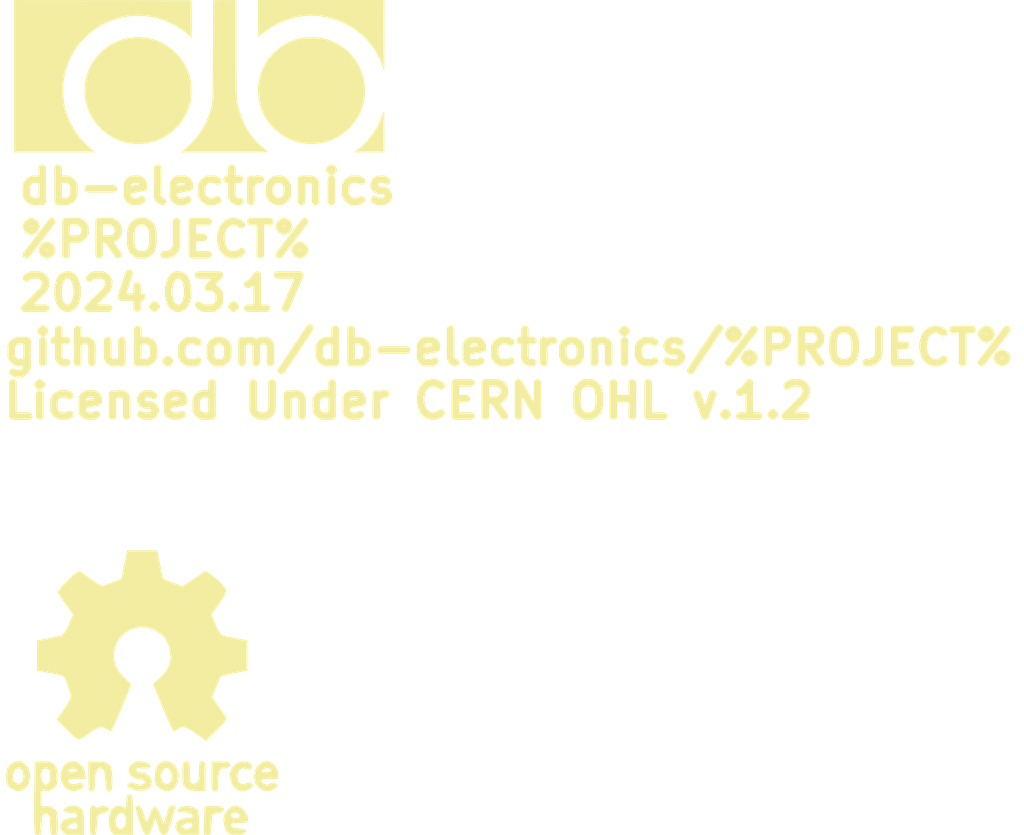
<source format=kicad_pcb>
(kicad_pcb (version 20221018) (generator pcbnew)
  (title_block (date "2024-04-08") (company "db Electronics") (comment 1 "https://github.com/db-electronics") (comment 2 "Licensed Under CERN OHL v.1.2") (comment 3 "Copyright 2023 René Richard"))
  (layers (0 "F.Cu" signal) (31 "B.Cu" signal) (36 "B.SilkS" user "B.Silkscreen") (37 "F.SilkS" user "F.Silkscreen") (38 "B.Mask" user) (39 "F.Mask" user) (44 "Edge.Cuts" user))
  (net 0 "")
  (footprint "db-artwork:oshw-logo_7.5mm" (layer "F.Cu") (at 85.1662 104.8004)
    (fp_text reference "logo102" hide)
    (fp_text value "oshw-logo" hide)
    (fp_poly (pts (xy 2.22811 1.877412) (xy 2.32344 1.894297) (xy 2.352796 1.910333) (xy 2.352453 1.97402) (xy 2.301982 2.030846) (xy 2.232318 2.049496) (xy 2.218866 2.045914) (xy 2.128443 2.045235) (xy 2.067523 2.123527) (xy 2.036362 2.280306) (xy 2.032 2.397016) (xy 2.029261 2.544228) (xy 2.0171 2.625709) (xy 1.989602 2.660325) (xy 1.947334 2.667) (xy 1.907758 2.660853) (xy 1.882879 2.631872) (xy 1.869322 2.564247) (xy 1.863712 2.442169) (xy 1.862667 2.270401) (xy 1.862667 1.873803) (xy 2.095152 1.871714) (xy 2.22811 1.877412)) (stroke (width 0.01)) (fill solid) (layer "F.SilkS"))
    (fp_poly (pts (xy 2.022973 3.065188) (xy 2.127916 3.079321) (xy 2.15971 3.090771) (xy 2.190713 3.141916) (xy 2.158229 3.198734) (xy 2.080209 3.243732) (xy 1.986418 3.259666) (xy 1.922796 3.263281) (xy 1.88592 3.286651) (xy 1.867083 3.348566) (xy 1.857579 3.467816) (xy 1.854018 3.545416) (xy 1.844786 3.698174) (xy 1.829135 3.785832) (xy 1.799916 3.827958) (xy 1.749983 3.844114) (xy 1.74462 3.844907) (xy 1.699481 3.848141) (xy 1.671736 3.831952) (xy 1.657946 3.780902) (xy 1.654675 3.679555) (xy 1.658485 3.512471) (xy 1.659953 3.464671) (xy 1.672167 3.070692) (xy 1.887265 3.063011) (xy 2.022973 3.065188)) (stroke (width 0.01)) (fill solid) (layer "F.SilkS"))
    (fp_poly (pts (xy -1.243579 3.06787) (xy -1.227666 3.095516) (xy -1.20757 3.118205) (xy -1.164716 3.090789) (xy -1.091078 3.064163) (xy -0.996521 3.065817) (xy -0.917282 3.090822) (xy -0.889 3.128289) (xy -0.926827 3.194313) (xy -1.022505 3.247304) (xy -1.100666 3.266193) (xy -1.157175 3.27999) (xy -1.190253 3.314953) (xy -1.207681 3.390827) (xy -1.217238 3.527358) (xy -1.219017 3.566583) (xy -1.228565 3.719624) (xy -1.244389 3.806152) (xy -1.272541 3.844321) (xy -1.314267 3.852333) (xy -1.352752 3.845812) (xy -1.377044 3.815809) (xy -1.390367 3.746659) (xy -1.395943 3.622698) (xy -1.397 3.450166) (xy -1.395721 3.263248) (xy -1.389682 3.145278) (xy -1.375574 3.080552) (xy -1.350093 3.053364) (xy -1.312333 3.048) (xy -1.243579 3.06787)) (stroke (width 0.01)) (fill solid) (layer "F.SilkS"))
    (fp_poly (pts (xy 2.82331 1.881264) (xy 2.900728 1.921585) (xy 2.954549 1.976468) (xy 2.938543 2.031202) (xy 2.926375 2.046689) (xy 2.867729 2.089704) (xy 2.794886 2.065028) (xy 2.790244 2.062162) (xy 2.688997 2.035925) (xy 2.607165 2.084516) (xy 2.556628 2.198436) (xy 2.548193 2.255768) (xy 2.564622 2.388194) (xy 2.630992 2.466225) (xy 2.732961 2.478284) (xy 2.794875 2.454865) (xy 2.892314 2.429654) (xy 2.952714 2.466943) (xy 2.963334 2.514536) (xy 2.927022 2.570213) (xy 2.839411 2.624309) (xy 2.732489 2.660019) (xy 2.675592 2.665712) (xy 2.579023 2.643735) (xy 2.52545 2.619056) (xy 2.43773 2.52739) (xy 2.374678 2.387215) (xy 2.349389 2.23389) (xy 2.355582 2.160339) (xy 2.420428 2.017455) (xy 2.535378 1.916578) (xy 2.677362 1.867814) (xy 2.82331 1.881264)) (stroke (width 0.01)) (fill solid) (layer "F.SilkS"))
    (fp_poly (pts (xy -1.029438 1.881142) (xy -0.913774 1.922038) (xy -0.84505 2.007565) (xy -0.812251 2.150923) (xy -0.804333 2.3495) (xy -0.806414 2.512016) (xy -0.815692 2.607385) (xy -0.836722 2.653087) (xy -0.87406 2.666601) (xy -0.887066 2.667) (xy -0.9321 2.657027) (xy -0.959038 2.61493) (xy -0.974067 2.522436) (xy -0.982316 2.385669) (xy -0.995486 2.219747) (xy -1.020254 2.118959) (xy -1.061858 2.06401) (xy -1.071396 2.057586) (xy -1.153734 2.04262) (xy -1.216706 2.104179) (xy -1.256668 2.235593) (xy -1.27 2.421091) (xy -1.273294 2.560192) (xy -1.287682 2.634364) (xy -1.319921 2.663232) (xy -1.354666 2.667) (xy -1.394242 2.660853) (xy -1.419121 2.631872) (xy -1.432678 2.564247) (xy -1.438288 2.442169) (xy -1.439333 2.270401) (xy -1.439333 1.873803) (xy -1.203055 1.871679) (xy -1.029438 1.881142)) (stroke (width 0.01)) (fill solid) (layer "F.SilkS"))
    (fp_poly (pts (xy 0.790285 1.90013) (xy 0.902959 2.004503) (xy 0.964874 2.163757) (xy 0.973667 2.264833) (xy 0.943669 2.445903) (xy 0.863097 2.577067) (xy 0.746085 2.649834) (xy 0.606768 2.655716) (xy 0.459278 2.586223) (xy 0.450209 2.57926) (xy 0.383399 2.514244) (xy 0.349961 2.435757) (xy 0.339122 2.313135) (xy 0.338751 2.271196) (xy 0.508 2.271196) (xy 0.534069 2.391705) (xy 0.597694 2.461401) (xy 0.677001 2.474793) (xy 0.750118 2.42639) (xy 0.788905 2.341708) (xy 0.791675 2.221391) (xy 0.768281 2.134711) (xy 0.701714 2.049293) (xy 0.62637 2.036002) (xy 0.558781 2.086167) (xy 0.515479 2.191119) (xy 0.508 2.271196) (xy 0.338751 2.271196) (xy 0.338667 2.26176) (xy 0.362385 2.063774) (xy 0.434646 1.934067) (xy 0.557111 1.870416) (xy 0.636924 1.862666) (xy 0.790285 1.90013)) (stroke (width 0.01)) (fill solid) (layer "F.SilkS"))
    (fp_poly (pts (xy -3.149684 1.921286) (xy -3.057849 2.037379) (xy -3.009596 2.202889) (xy -3.005666 2.272466) (xy -3.036276 2.450477) (xy -3.11824 2.57921) (xy -3.236761 2.649993) (xy -3.377042 2.654152) (xy -3.524285 2.583017) (xy -3.529124 2.57926) (xy -3.597043 2.512578) (xy -3.630364 2.431505) (xy -3.640441 2.304474) (xy -3.640666 2.26914) (xy -3.639305 2.246067) (xy -3.464082 2.246067) (xy -3.453415 2.377047) (xy -3.405317 2.441241) (xy -3.308783 2.473499) (xy -3.228568 2.433489) (xy -3.181208 2.33361) (xy -3.175 2.268527) (xy -3.200222 2.132533) (xy -3.262034 2.05715) (xy -3.339656 2.04399) (xy -3.412307 2.09467) (xy -3.459207 2.210803) (xy -3.464082 2.246067) (xy -3.639305 2.246067) (xy -3.631853 2.119818) (xy -3.598824 2.022228) (xy -3.542688 1.954712) (xy -3.406504 1.871432) (xy -3.270703 1.863131) (xy -3.149684 1.921286)) (stroke (width 0.01)) (fill solid) (layer "F.SilkS"))
    (fp_poly (pts (xy 1.648214 1.868804) (xy 1.673088 1.897748) (xy 1.686654 1.965297) (xy 1.692278 2.087246) (xy 1.693334 2.259948) (xy 1.693334 2.65723) (xy 1.480324 2.65723) (xy 1.283198 2.63453) (xy 1.173408 2.581219) (xy 1.123775 2.530084) (xy 1.095293 2.461866) (xy 1.082393 2.353641) (xy 1.0795 2.19452) (xy 1.081421 2.034261) (xy 1.090856 1.939888) (xy 1.113315 1.892646) (xy 1.154311 1.873776) (xy 1.17475 1.870305) (xy 1.224546 1.868374) (xy 1.253053 1.891989) (xy 1.266185 1.958675) (xy 1.269856 2.085954) (xy 1.27 2.152527) (xy 1.277127 2.33179) (xy 1.302216 2.436439) (xy 1.350831 2.475616) (xy 1.428536 2.458461) (xy 1.449917 2.448123) (xy 1.492103 2.408286) (xy 1.515072 2.330379) (xy 1.523565 2.19445) (xy 1.524 2.136343) (xy 1.526667 1.987916) (xy 1.538536 1.905334) (xy 1.565408 1.869845) (xy 1.608667 1.862666) (xy 1.648214 1.868804)) (stroke (width 0.01)) (fill solid) (layer "F.SilkS"))
    (fp_poly (pts (xy -1.706223 1.902656) (xy -1.602585 2.001704) (xy -1.540886 2.155077) (xy -1.53834 2.169583) (xy -1.512922 2.328333) (xy -1.751294 2.328333) (xy -1.895547 2.334301) (xy -1.97017 2.354641) (xy -1.989666 2.38898) (xy -1.954272 2.450897) (xy -1.870123 2.481492) (xy -1.770271 2.471265) (xy -1.743751 2.459659) (xy -1.655783 2.441119) (xy -1.615152 2.465781) (xy -1.571371 2.527493) (xy -1.595679 2.574918) (xy -1.674158 2.617871) (xy -1.82639 2.662932) (xy -1.956018 2.638274) (xy -2.044207 2.581817) (xy -2.149803 2.448119) (xy -2.187844 2.275654) (xy -2.160666 2.106083) (xy -1.979083 2.106083) (xy -1.957054 2.146227) (xy -1.862666 2.159) (xy -1.765627 2.145022) (xy -1.74625 2.106083) (xy -1.797275 2.064761) (xy -1.862666 2.053166) (xy -1.946453 2.073122) (xy -1.979083 2.106083) (xy -2.160666 2.106083) (xy -2.158941 2.095321) (xy -2.07816 1.954264) (xy -1.963072 1.876655) (xy -1.832739 1.860212) (xy -1.706223 1.902656)) (stroke (width 0.01)) (fill solid) (layer "F.SilkS"))
    (fp_poly (pts (xy 0.032085 1.87269) (xy 0.145844 1.911644) (xy 0.21911 1.964544) (xy 0.219508 2.01279) (xy 0.158639 2.045933) (xy 0.048103 2.053524) (xy -0.004943 2.047466) (xy -0.113125 2.036538) (xy -0.160745 2.053896) (xy -0.169333 2.090089) (xy -0.135859 2.14482) (xy -0.051753 2.159) (xy 0.098843 2.190268) (xy 0.206821 2.273798) (xy 0.253423 2.394177) (xy 0.254 2.410216) (xy 0.234066 2.515625) (xy 0.194278 2.579198) (xy 0.068404 2.636472) (xy -0.093281 2.648349) (xy -0.254236 2.613399) (xy -0.288299 2.598086) (xy -0.376246 2.547028) (xy -0.397284 2.508044) (xy -0.367321 2.465845) (xy -0.297276 2.427195) (xy -0.219388 2.4512) (xy -0.09877 2.49182) (xy 0.008521 2.488788) (xy 0.066425 2.4506) (xy 0.064241 2.393468) (xy -0.004521 2.349419) (xy -0.1218 2.329272) (xy -0.136607 2.328981) (xy -0.257545 2.291982) (xy -0.336547 2.199474) (xy -0.356488 2.076901) (xy -0.343034 2.022321) (xy -0.261692 1.915345) (xy -0.13084 1.864152) (xy 0.032085 1.87269)) (stroke (width 0.01)) (fill solid) (layer "F.SilkS"))
    (fp_poly (pts (xy 1.328847 3.077167) (xy 1.44165 3.129082) (xy 1.481152 3.174038) (xy 1.502915 3.255803) (xy 1.518339 3.392208) (xy 1.524 3.548666) (xy 1.524 3.843232) (xy 1.275608 3.846729) (xy 1.114456 3.841178) (xy 1.01354 3.815389) (xy 0.958108 3.773862) (xy 0.891367 3.65341) (xy 0.892583 3.636379) (xy 1.076895 3.636379) (xy 1.078074 3.638359) (xy 1.14299 3.675222) (xy 1.236482 3.670727) (xy 1.318066 3.6325) (xy 1.346826 3.58775) (xy 1.333302 3.529338) (xy 1.262521 3.514314) (xy 1.149223 3.532831) (xy 1.080827 3.577905) (xy 1.076895 3.636379) (xy 0.892583 3.636379) (xy 0.899501 3.539574) (xy 0.973199 3.448011) (xy 1.103152 3.394374) (xy 1.188357 3.386666) (xy 1.30554 3.375539) (xy 1.352492 3.33918) (xy 1.354667 3.323973) (xy 1.316371 3.267176) (xy 1.214052 3.233756) (xy 1.066564 3.229775) (xy 1.062618 3.230092) (xy 0.970587 3.216697) (xy 0.945988 3.1706) (xy 0.991736 3.113928) (xy 1.043869 3.087785) (xy 1.185723 3.061325) (xy 1.328847 3.077167)) (stroke (width 0.01)) (fill solid) (layer "F.SilkS"))
    (fp_poly (pts (xy 3.471791 1.901043) (xy 3.579104 2.001264) (xy 3.636305 2.140963) (xy 3.640667 2.193478) (xy 3.640667 2.328333) (xy 3.404306 2.328333) (xy 3.254758 2.338375) (xy 3.187429 2.368528) (xy 3.202284 2.418829) (xy 3.272624 2.473166) (xy 3.359362 2.494157) (xy 3.432171 2.463177) (xy 3.513164 2.429624) (xy 3.579256 2.457167) (xy 3.58483 2.461693) (xy 3.622675 2.506952) (xy 3.599944 2.552523) (xy 3.555657 2.591123) (xy 3.411286 2.658886) (xy 3.256596 2.65132) (xy 3.116674 2.57) (xy 3.109576 2.56309) (xy 3.02468 2.429482) (xy 2.99842 2.275213) (xy 3.021416 2.137379) (xy 3.194122 2.137379) (xy 3.228407 2.155468) (xy 3.316655 2.159) (xy 3.417206 2.150998) (xy 3.449524 2.121899) (xy 3.444309 2.0955) (xy 3.386306 2.040795) (xy 3.344988 2.032) (xy 3.255617 2.06256) (xy 3.217334 2.0955) (xy 3.194122 2.137379) (xy 3.021416 2.137379) (xy 3.024174 2.120852) (xy 3.095322 1.98697) (xy 3.205241 1.894136) (xy 3.33503 1.862666) (xy 3.471791 1.901043)) (stroke (width 0.01)) (fill solid) (layer "F.SilkS"))
    (fp_poly (pts (xy -1.759714 3.066267) (xy -1.660419 3.1139) (xy -1.612437 3.156684) (xy -1.584121 3.215841) (xy -1.570455 3.312575) (xy -1.566425 3.468094) (xy -1.566333 3.511688) (xy -1.566333 3.843576) (xy -1.800745 3.846376) (xy -1.959576 3.839163) (xy -2.062327 3.808311) (xy -2.118245 3.766088) (xy -2.189099 3.668778) (xy -2.18802 3.608916) (xy -1.981825 3.608916) (xy -1.972562 3.662209) (xy -1.904702 3.681907) (xy -1.865771 3.683) (xy -1.771873 3.670737) (xy -1.737708 3.623788) (xy -1.735666 3.595521) (xy -1.752352 3.533005) (xy -1.818071 3.518547) (xy -1.851721 3.521438) (xy -1.948235 3.557578) (xy -1.981825 3.608916) (xy -2.18802 3.608916) (xy -2.187381 3.573542) (xy -2.135433 3.480752) (xy -2.059636 3.412876) (xy -1.942561 3.387717) (xy -1.899495 3.386666) (xy -1.790033 3.380095) (xy -1.745558 3.354318) (xy -1.744177 3.312583) (xy -1.782296 3.259086) (xy -1.879606 3.239161) (xy -1.912606 3.2385) (xy -2.045718 3.225828) (xy -2.105687 3.190437) (xy -2.088197 3.136267) (xy -2.055592 3.108038) (xy -1.915753 3.053823) (xy -1.759714 3.066267)) (stroke (width 0.01)) (fill solid) (layer "F.SilkS"))
    (fp_poly (pts (xy 2.626053 3.086625) (xy 2.746604 3.187969) (xy 2.8216 3.330232) (xy 2.836334 3.430991) (xy 2.825786 3.478603) (xy 2.780924 3.503548) (xy 2.68192 3.512774) (xy 2.600396 3.513666) (xy 2.465336 3.517304) (xy 2.396809 3.532229) (xy 2.376846 3.564462) (xy 2.379217 3.58775) (xy 2.412386 3.637989) (xy 2.498404 3.659455) (xy 2.568909 3.661833) (xy 2.71262 3.673377) (xy 2.781052 3.706322) (xy 2.771024 3.758135) (xy 2.732926 3.792294) (xy 2.610922 3.839976) (xy 2.460252 3.847119) (xy 2.327492 3.812007) (xy 2.319417 3.807541) (xy 2.252302 3.728358) (xy 2.202928 3.597633) (xy 2.180464 3.448058) (xy 2.187764 3.338095) (xy 2.208344 3.292693) (xy 2.372425 3.292693) (xy 2.380938 3.345992) (xy 2.449784 3.382016) (xy 2.497667 3.386666) (xy 2.595757 3.368954) (xy 2.624667 3.327695) (xy 2.589395 3.262629) (xy 2.506623 3.23351) (xy 2.434167 3.244357) (xy 2.372425 3.292693) (xy 2.208344 3.292693) (xy 2.238112 3.227022) (xy 2.328117 3.124733) (xy 2.429995 3.058791) (xy 2.480217 3.048) (xy 2.626053 3.086625)) (stroke (width 0.01)) (fill solid) (layer "F.SilkS"))
    (fp_poly (pts (xy -0.303943 2.756376) (xy -0.280278 2.779548) (xy -0.265561 2.834748) (xy -0.257684 2.93554) (xy -0.254535 3.095491) (xy -0.254 3.296005) (xy -0.254 3.840345) (xy -0.507282 3.843936) (xy -0.656761 3.841165) (xy -0.747343 3.822851) (xy -0.804373 3.781962) (xy -0.824782 3.755844) (xy -0.873586 3.633793) (xy -0.891162 3.474797) (xy -0.890475 3.46589) (xy -0.719666 3.46589) (xy -0.695394 3.58952) (xy -0.635375 3.662747) (xy -0.558803 3.677134) (xy -0.484873 3.624245) (xy -0.459386 3.580288) (xy -0.432928 3.459209) (xy -0.450252 3.34057) (xy -0.504532 3.25794) (xy -0.527576 3.244968) (xy -0.609057 3.252344) (xy -0.678831 3.321375) (xy -0.717215 3.429423) (xy -0.719666 3.46589) (xy -0.890475 3.46589) (xy -0.8786 3.312123) (xy -0.836994 3.17904) (xy -0.804333 3.132666) (xy -0.691453 3.058187) (xy -0.569848 3.06334) (xy -0.505217 3.091822) (xy -0.455206 3.11101) (xy -0.431165 3.086533) (xy -0.423743 3.001473) (xy -0.423333 2.943656) (xy -0.417883 2.82404) (xy -0.395211 2.767243) (xy -0.345841 2.751769) (xy -0.338666 2.751666) (xy -0.303943 2.756376)) (stroke (width 0.01)) (fill solid) (layer "F.SilkS"))
    (fp_poly (pts (xy 0.873303 3.057858) (xy 0.889 3.071407) (xy 0.877607 3.119639) (xy 0.847032 3.229717) (xy 0.802683 3.382469) (xy 0.775057 3.475455) (xy 0.718782 3.655414) (xy 0.67573 3.767487) (xy 0.638235 3.825838) (xy 0.598629 3.84463) (xy 0.575731 3.843631) (xy 0.515015 3.810127) (xy 0.462799 3.719413) (xy 0.421592 3.598333) (xy 0.352837 3.3655) (xy 0.274521 3.608916) (xy 0.215277 3.765064) (xy 0.159474 3.845163) (xy 0.10309 3.84765) (xy 0.042104 3.77096) (xy -0.027505 3.613529) (xy -0.077704 3.471866) (xy -0.134395 3.287803) (xy -0.166094 3.151397) (xy -0.170009 3.075753) (xy -0.164126 3.065948) (xy -0.084956 3.055934) (xy -0.015993 3.129422) (xy 0.042212 3.2858) (xy 0.045427 3.298107) (xy 0.080012 3.413179) (xy 0.110399 3.480658) (xy 0.124227 3.488752) (xy 0.15075 3.437966) (xy 0.191467 3.334887) (xy 0.215321 3.267256) (xy 0.265833 3.151114) (xy 0.31848 3.080217) (xy 0.342147 3.069166) (xy 0.388612 3.106985) (xy 0.445645 3.208025) (xy 0.489352 3.316) (xy 0.576886 3.562834) (xy 0.648454 3.305417) (xy 0.694848 3.158686) (xy 0.737457 3.078903) (xy 0.786334 3.049485) (xy 0.804511 3.048) (xy 0.873303 3.057858)) (stroke (width 0.01)) (fill solid) (layer "F.SilkS"))
    (fp_poly (pts (xy -2.473218 1.881848) (xy -2.360057 1.934799) (xy -2.297863 2.040136) (xy -2.274901 2.210464) (xy -2.273905 2.271678) (xy -2.279907 2.419636) (xy -2.303797 2.511864) (xy -2.354396 2.576816) (xy -2.37362 2.593237) (xy -2.503933 2.653689) (xy -2.591335 2.650383) (xy -2.659006 2.640494) (xy -2.694094 2.658364) (xy -2.707303 2.722778) (xy -2.709333 2.852522) (xy -2.709333 2.8575) (xy -2.707469 2.989441) (xy -2.69474 3.055502) (xy -2.660445 3.074468) (xy -2.59388 3.065125) (xy -2.591335 3.064616) (xy -2.453262 3.074597) (xy -2.372074 3.123014) (xy -2.318902 3.175622) (xy -2.287923 3.241585) (xy -2.272986 3.344219) (xy -2.267937 3.506841) (xy -2.267823 3.518089) (xy -2.268185 3.679118) (xy -2.276534 3.774173) (xy -2.298027 3.821899) (xy -2.337821 3.840942) (xy -2.358088 3.844432) (xy -2.407629 3.845267) (xy -2.436946 3.8184) (xy -2.452821 3.746198) (xy -2.462035 3.611026) (xy -2.463921 3.569266) (xy -2.472433 3.416924) (xy -2.486367 3.330562) (xy -2.513383 3.291522) (xy -2.561141 3.281146) (xy -2.582333 3.280833) (xy -2.63866 3.285987) (xy -2.67158 3.313945) (xy -2.688855 3.383448) (xy -2.698249 3.513239) (xy -2.700684 3.566583) (xy -2.710366 3.719947) (xy -2.726444 3.806661) (xy -2.754789 3.844743) (xy -2.793821 3.852333) (xy -2.840672 3.839996) (xy -2.867769 3.790241) (xy -2.882443 3.683949) (xy -2.887137 3.608916) (xy -2.890662 3.484501) (xy -2.892323 3.295455) (xy -2.892112 3.061793) (xy -2.890024 2.80353) (xy -2.887436 2.618439) (xy -2.88074 2.214871) (xy -2.701481 2.214871) (xy -2.693607 2.351299) (xy -2.652641 2.453359) (xy -2.588565 2.497362) (xy -2.582333 2.497666) (xy -2.531393 2.468996) (xy -2.500118 2.437121) (xy -2.470372 2.357131) (xy -2.461815 2.238104) (xy -2.463185 2.214871) (xy -2.479428 2.1083) (xy -2.516064 2.0624) (xy -2.582333 2.053166) (xy -2.653022 2.064577) (xy -2.687196 2.114779) (xy -2.701481 2.214871) (xy -2.88074 2.214871) (xy -2.875039 1.871379) (xy -2.64908 1.86868) (xy -2.473218 1.881848)) (stroke (width 0.01)) (fill solid) (layer "F.SilkS"))
    (fp_poly (pts (xy 0.43056 -3.640667) (xy 0.45725 -3.511282) (xy 0.490022 -3.346986) (xy 0.507154 -3.259094) (xy 0.55218 -3.025687) (xy 0.796344 -2.93101) (xy 0.930353 -2.881115) (xy 1.032684 -2.846812) (xy 1.075794 -2.836334) (xy 1.125198 -2.859205) (xy 1.223245 -2.919614) (xy 1.350142 -3.005254) (xy 1.370458 -3.019528) (xy 1.503435 -3.112644) (xy 1.613169 -3.188027) (xy 1.678037 -3.230843) (xy 1.681641 -3.233007) (xy 1.732262 -3.219166) (xy 1.823224 -3.159301) (xy 1.936625 -3.068845) (xy 2.054565 -2.963225) (xy 2.159144 -2.857873) (xy 2.232459 -2.768218) (xy 2.245544 -2.746943) (xy 2.249635 -2.689091) (xy 2.21076 -2.595359) (xy 2.123556 -2.454487) (xy 2.067641 -2.373458) (xy 1.852573 -2.068198) (xy 1.968402 -1.795664) (xy 2.051438 -1.624936) (xy 2.125107 -1.52917) (xy 2.174532 -1.502206) (xy 2.262548 -1.483449) (xy 2.401544 -1.455506) (xy 2.54 -1.428558) (xy 2.815167 -1.375834) (xy 2.815167 -0.5715) (xy 2.464817 -0.503373) (xy 2.303708 -0.470501) (xy 2.178266 -0.441994) (xy 2.10868 -0.422554) (xy 2.101212 -0.418707) (xy 2.080205 -0.373901) (xy 2.037557 -0.271817) (xy 1.982296 -0.134095) (xy 1.979498 -0.127) (xy 1.87104 0.148166) (xy 2.050047 0.402166) (xy 2.14135 0.532764) (xy 2.214223 0.638918) (xy 2.254021 0.699273) (xy 2.255457 0.70169) (xy 2.238781 0.749167) (xy 2.172315 0.839355) (xy 2.06803 0.957054) (xy 1.996597 1.03029) (xy 1.711334 1.313366) (xy 1.440067 1.122349) (xy 1.277811 1.01366) (xy 1.162448 0.954486) (xy 1.075852 0.940114) (xy 0.999896 0.965829) (xy 0.954992 0.996179) (xy 0.880675 1.044293) (xy 0.843786 1.058333) (xy 0.818662 1.021264) (xy 0.767845 0.918783) (xy 0.697357 0.76398) (xy 0.613221 0.569945) (xy 0.552732 0.425763) (xy 0.29071 -0.206807) (xy 0.465596 -0.364806) (xy 0.626057 -0.53221) (xy 0.71978 -0.692915) (xy 0.758912 -0.870974) (xy 0.762 -0.951758) (xy 0.725592 -1.211427) (xy 0.615931 -1.429129) (xy 0.523797 -1.531891) (xy 0.322785 -1.669358) (xy 0.105537 -1.733737) (xy -0.114047 -1.731064) (xy -0.322067 -1.667373) (xy -0.504623 -1.548699) (xy -0.647816 -1.381075) (xy -0.737745 -1.170537) (xy -0.762 -0.973667) (xy -0.730919 -0.746578) (xy -0.631994 -0.546807) (xy -0.469326 -0.367987) (xy -0.29071 -0.206807) (xy -0.552732 0.425763) (xy -0.642605 0.638626) (xy -0.722832 0.820954) (xy -0.78739 0.959657) (xy -0.830257 1.041646) (xy -0.843786 1.058333) (xy -0.896561 1.035414) (xy -0.954992 0.996179) (xy -1.053564 0.943252) (xy -1.153282 0.946343) (xy -1.27689 1.008692) (xy -1.337732 1.050669) (xy -1.500333 1.169152) (xy -1.611936 1.242064) (xy -1.693424 1.268574) (xy -1.765681 1.247851) (xy -1.849589 1.179064) (xy -1.966032 1.061381) (xy -2.002697 1.024199) (xy -2.287033 0.737667) (xy -2.096016 0.4664) (xy -2.004898 0.328375) (xy -1.937405 0.209704) (xy -1.905898 0.132517) (xy -1.905 0.124378) (xy -1.919618 0.057263) (xy -1.956366 -0.058515) (xy -2.004583 -0.193558) (xy -2.053609 -0.31847) (xy -2.092782 -0.403854) (xy -2.101897 -0.418568) (xy -2.146169 -0.433766) (xy -2.253522 -0.460061) (xy -2.403875 -0.492666) (xy -2.464679 -0.505031) (xy -2.815166 -0.575092) (xy -2.815166 -1.375834) (xy -2.54 -1.428558) (xy -2.382815 -1.459214) (xy -2.248344 -1.486379) (xy -2.174532 -1.502206) (xy -2.104015 -1.550113) (xy -2.028241 -1.667037) (xy -1.968261 -1.795994) (xy -1.852292 -2.068858) (xy -2.039048 -2.336179) (xy -2.13253 -2.470701) (xy -2.208466 -2.581276) (xy -2.252468 -2.646927) (xy -2.255612 -2.651906) (xy -2.241424 -2.701751) (xy -2.178187 -2.789488) (xy -2.082034 -2.898975) (xy -1.9691 -3.014072) (xy -1.85552 -3.118637) (xy -1.757426 -3.196528) (xy -1.690954 -3.231606) (xy -1.677389 -3.23038) (xy -1.621287 -3.19364) (xy -1.517411 -3.122383) (xy -1.386971 -3.03118) (xy -1.370457 -3.019528) (xy -1.240939 -2.931162) (xy -1.137298 -2.86618) (xy -1.079329 -2.836889) (xy -1.075794 -2.836334) (xy -1.020291 -2.850645) (xy -0.911562 -2.887847) (xy -0.796343 -2.93101) (xy -0.55218 -3.025687) (xy -0.507154 -3.259094) (xy -0.475172 -3.422) (xy -0.443932 -3.57659) (xy -0.430559 -3.640667) (xy -0.39899 -3.788834) (xy 0.398991 -3.788834) (xy 0.43056 -3.640667)) (stroke (width 0.01)) (fill solid) (layer "F.SilkS"))
  )
  (footprint "db-artwork:db-logo_10mm" (layer "F.Cu") (at 86.7156 88.3158)
    (fp_text reference "logo101" hide)
    (fp_text value "db-logo" hide)
    (fp_poly (pts (xy 4.926468 0.948175) (xy 4.928046 0.979428) (xy 4.929477 1.0289) (xy 4.930728 1.094411) (xy 4.931764 1.173781) (xy 4.932551 1.264831) (xy 4.933056 1.36538) (xy 4.933243 1.47325) (xy 4.933244 1.478844) (xy 4.933244 2.020711) (xy 4.538133 2.020711) (xy 4.446225 2.020606) (xy 4.361889 2.020308) (xy 4.28768 2.01984) (xy 4.226152 2.019229) (xy 4.17986 2.018498) (xy 4.151358 2.017673) (xy 4.143022 2.016893) (xy 4.151358 2.008843) (xy 4.173864 1.990133) (xy 4.206782 1.963831) (xy 4.234499 1.942167) (xy 4.371567 1.823948) (xy 4.499994 1.689582) (xy 4.617126 1.542769) (xy 4.720311 1.38721) (xy 4.806895 1.226606) (xy 4.874227 1.064659) (xy 4.883951 1.036097) (xy 4.898975 0.992973) (xy 4.912296 0.959371) (xy 4.921928 0.940091) (xy 4.924777 0.937319) (xy 4.926468 0.948175)) (stroke (width 0.01)) (fill solid) (layer "F.SilkS"))
    (fp_poly (pts (xy -2.604912 -2.051782) (xy -0.231423 -2.048933) (xy -0.228482 -1.555044) (xy -0.228013 -1.451899) (xy -0.227856 -1.356055) (xy -0.227997 -1.269799) (xy -0.228417 -1.195413) (xy -0.229099 -1.135184) (xy -0.230028 -1.091397) (xy -0.231186 -1.066335) (xy -0.232104 -1.061156) (xy -0.24284 -1.068204) (xy -0.266186 -1.087109) (xy -0.298072 -1.11451) (xy -0.316739 -1.131055) (xy -0.462277 -1.248172) (xy -0.623569 -1.354245) (xy -0.795513 -1.446547) (xy -0.97301 -1.522351) (xy -1.150958 -1.578929) (xy -1.15748 -1.580617) (xy -1.299093 -1.610309) (xy -1.451467 -1.630408) (xy -1.607712 -1.640557) (xy -1.76094 -1.640401) (xy -1.90426 -1.629584) (xy -1.958623 -1.621974) (xy -2.169326 -1.576966) (xy -2.370789 -1.512197) (xy -2.561935 -1.428643) (xy -2.741686 -1.327281) (xy -2.908964 -1.20909) (xy -3.062692 -1.075046) (xy -3.201791 -0.926127) (xy -3.325185 -0.763309) (xy -3.431794 -0.587571) (xy -3.520542 -0.399889) (xy -3.590351 -0.201241) (xy -3.611712 -0.122987) (xy -3.634907 -0.022355) (xy -3.651399 0.071481) (xy -3.661827 0.165076) (xy -3.66683 0.26499) (xy -3.66705 0.377778) (xy -3.665838 0.431701) (xy -3.655743 0.602797) (xy -3.634671 0.759224) (xy -3.601176 0.906779) (xy -3.553812 1.051261) (xy -3.491134 1.198468) (xy -3.457458 1.267321) (xy -3.357003 1.445216) (xy -3.243603 1.606728) (xy -3.114645 1.755047) (xy -2.967516 1.893366) (xy -2.897683 1.950823) (xy -2.809455 2.020711) (xy -4.9784 2.020711) (xy -4.9784 -2.054631) (xy -2.604912 -2.051782)) (stroke (width 0.01)) (fill solid) (layer "F.SilkS"))
    (fp_poly (pts (xy 4.933244 -1.128889) (xy 4.933173 -0.986506) (xy 4.932966 -0.85081) (xy 4.932634 -0.723469) (xy 4.932189 -0.606153) (xy 4.93164 -0.500529) (xy 4.931 -0.408269) (xy 4.930278 -0.331039) (xy 4.929485 -0.27051) (xy 4.928632 -0.228351) (xy 4.927731 -0.20623) (xy 4.927245 -0.2032) (xy 4.918603 -0.211986) (xy 4.916285 -0.217311) (xy 4.889566 -0.292593) (xy 4.868146 -0.351074) (xy 4.850229 -0.39739) (xy 4.834022 -0.436176) (xy 4.817731 -0.472066) (xy 4.817394 -0.472782) (xy 4.720068 -0.655501) (xy 4.606097 -0.826903) (xy 4.47757 -0.984234) (xy 4.336576 -1.124742) (xy 4.295422 -1.160465) (xy 4.125057 -1.290401) (xy 3.947218 -1.399561) (xy 3.760844 -1.488379) (xy 3.564872 -1.557291) (xy 3.358242 -1.606733) (xy 3.139891 -1.637139) (xy 3.131276 -1.637931) (xy 2.944547 -1.644088) (xy 2.753158 -1.630068) (xy 2.56053 -1.596776) (xy 2.370082 -1.545119) (xy 2.185235 -1.476003) (xy 2.009408 -1.390332) (xy 1.866259 -1.302915) (xy 1.814619 -1.266563) (xy 1.758689 -1.224866) (xy 1.703572 -1.181853) (xy 1.654373 -1.141551) (xy 1.616195 -1.107988) (xy 1.603022 -1.095186) (xy 1.592306 -1.084015) (xy 1.583432 -1.075751) (xy 1.576227 -1.072165) (xy 1.570517 -1.075028) (xy 1.566129 -1.08611) (xy 1.56289 -1.107184) (xy 1.560626 -1.140021) (xy 1.559163 -1.186391) (xy 1.55833 -1.248066) (xy 1.557951 -1.326816) (xy 1.557854 -1.424414) (xy 1.557866 -1.54263) (xy 1.557866 -2.054578) (xy 4.933244 -2.054578) (xy 4.933244 -1.128889)) (stroke (width 0.01)) (fill solid) (layer "F.SilkS"))
    (fp_poly (pts (xy -1.504364 -1.05406) (xy -1.337603 -1.02587) (xy -1.176925 -0.978734) (xy -1.023758 -0.913558) (xy -0.879534 -0.83125) (xy -0.745682 -0.732717) (xy -0.623633 -0.618866) (xy -0.514817 -0.490603) (xy -0.420664 -0.348836) (xy -0.342604 -0.194473) (xy -0.282068 -0.02842) (xy -0.247086 0.112889) (xy -0.239097 0.17114) (xy -0.234121 0.245486) (xy -0.232088 0.329658) (xy -0.232929 0.417383) (xy -0.236577 0.502392) (xy -0.242962 0.578414) (xy -0.252014 0.639177) (xy -0.252911 0.643467) (xy -0.302576 0.821621) (xy -0.372812 0.991561) (xy -0.462737 1.151205) (xy -0.477809 1.174044) (xy -0.524 1.235443) (xy -0.58366 1.304116) (xy -0.651553 1.374843) (xy -0.722446 1.442405) (xy -0.791103 1.501582) (xy -0.85126 1.546466) (xy -1.004982 1.636152) (xy -1.167485 1.70639) (xy -1.336333 1.756633) (xy -1.509089 1.78633) (xy -1.683318 1.794932) (xy -1.856583 1.781889) (xy -1.8796 1.778466) (xy -2.003171 1.753896) (xy -2.119028 1.719344) (xy -2.236508 1.671825) (xy -2.286 1.64854) (xy -2.44006 1.561677) (xy -2.578883 1.459522) (xy -2.702044 1.343759) (xy -2.809116 1.216069) (xy -2.899674 1.078136) (xy -2.97329 0.931641) (xy -3.029539 0.778268) (xy -3.067994 0.619699) (xy -3.08823 0.457617) (xy -3.08982 0.293703) (xy -3.072337 0.129642) (xy -3.035356 -0.032886) (xy -2.97845 -0.192196) (xy -2.901194 -0.346607) (xy -2.822286 -0.468489) (xy -2.716001 -0.597931) (xy -2.593341 -0.715398) (xy -2.457479 -0.818708) (xy -2.311588 -0.905675) (xy -2.158844 -0.974116) (xy -2.026833 -1.015878) (xy -1.850408 -1.049971) (xy -1.675775 -1.062395) (xy -1.504364 -1.05406)) (stroke (width 0.01)) (fill solid) (layer "F.SilkS"))
    (fp_poly (pts (xy 3.065783 -1.054262) (xy 3.128021 -1.052897) (xy 3.17756 -1.050198) (xy 3.219339 -1.045757) (xy 3.258293 -1.039162) (xy 3.299359 -1.030005) (xy 3.307644 -1.027982) (xy 3.41691 -0.99781) (xy 3.514338 -0.963159) (xy 3.610663 -0.919972) (xy 3.659907 -0.894889) (xy 3.809917 -0.803505) (xy 3.946128 -0.695158) (xy 4.06739 -0.571586) (xy 4.172556 -0.434524) (xy 4.260476 -0.285712) (xy 4.330003 -0.126885) (xy 4.379987 0.040219) (xy 4.40928 0.213862) (xy 4.412019 0.242711) (xy 4.41616 0.420817) (xy 4.398798 0.595466) (xy 4.360757 0.764936) (xy 4.302862 0.927507) (xy 4.225936 1.081456) (xy 4.130804 1.225061) (xy 4.01829 1.356601) (xy 3.889217 1.474355) (xy 3.78639 1.549705) (xy 3.644765 1.634443) (xy 3.501712 1.699986) (xy 3.350666 1.749128) (xy 3.273777 1.767627) (xy 3.233863 1.774014) (xy 3.178646 1.77983) (xy 3.113582 1.784815) (xy 3.044132 1.788711) (xy 2.975753 1.791256) (xy 2.913903 1.792193) (xy 2.864041 1.791262) (xy 2.833511 1.788544) (xy 2.808107 1.784356) (xy 2.769019 1.778026) (xy 2.726266 1.771173) (xy 2.583106 1.738253) (xy 2.438152 1.68593) (xy 2.295844 1.616499) (xy 2.160624 1.532255) (xy 2.036931 1.435496) (xy 1.986265 1.388533) (xy 1.865872 1.255613) (xy 1.764747 1.111408) (xy 1.682471 0.955179) (xy 1.61863 0.786189) (xy 1.591491 0.688622) (xy 1.578053 0.617584) (xy 1.56797 0.531279) (xy 1.561555 0.43681) (xy 1.559125 0.341283) (xy 1.560992 0.251803) (xy 1.567473 0.175474) (xy 1.568451 0.168389) (xy 1.605075 -0.009565) (xy 1.661975 -0.177929) (xy 1.738837 -0.33606) (xy 1.835345 -0.483315) (xy 1.951187 -0.619051) (xy 1.955632 -0.623631) (xy 2.084742 -0.742741) (xy 2.221303 -0.841993) (xy 2.368105 -0.922992) (xy 2.527935 -0.987343) (xy 2.650328 -1.023672) (xy 2.69504 -1.034821) (xy 2.733442 -1.04296) (xy 2.770529 -1.048551) (xy 2.811298 -1.052056) (xy 2.860747 -1.053936) (xy 2.923871 -1.054655) (xy 2.985911 -1.054705) (xy 3.065783 -1.054262)) (stroke (width 0.01)) (fill solid) (layer "F.SilkS"))
    (fp_poly (pts (xy 0.970844 -0.808533) (xy 0.970877 -0.602935) (xy 0.971004 -0.418517) (xy 0.971266 -0.253882) (xy 0.971704 -0.107634) (xy 0.972359 0.021624) (xy 0.973271 0.135289) (xy 0.974483 0.23476) (xy 0.976035 0.321431) (xy 0.977968 0.396702) (xy 0.980324 0.461968) (xy 0.983142 0.518626) (xy 0.986466 0.568075) (xy 0.990334 0.61171) (xy 0.994789 0.650929) (xy 0.999872 0.687129) (xy 1.005623 0.721706) (xy 1.012084 0.756059) (xy 1.017633 0.783554) (xy 1.05947 0.944948) (xy 1.118078 1.109241) (xy 1.190831 1.270888) (xy 1.275103 1.424342) (xy 1.368267 1.564059) (xy 1.416806 1.626358) (xy 1.463408 1.679595) (xy 1.521228 1.740668) (xy 1.584417 1.803788) (xy 1.647128 1.863172) (xy 1.703513 1.913031) (xy 1.721555 1.927871) (xy 1.759001 1.958013) (xy 1.79107 1.984135) (xy 1.812629 2.002041) (xy 1.817107 2.005918) (xy 1.816611 2.008347) (xy 1.808622 2.010507) (xy 1.792003 2.012412) (xy 1.765616 2.014076) (xy 1.728324 2.015515) (xy 1.678987 2.016743) (xy 1.616469 2.017774) (xy 1.539632 2.018622) (xy 1.447337 2.019304) (xy 1.338448 2.019832) (xy 1.211826 2.020222) (xy 1.066334 2.020489) (xy 0.900833 2.020646) (xy 0.714186 2.020708) (xy 0.662441 2.020711) (xy -0.508756 2.020711) (xy -0.396429 1.930359) (xy -0.239613 1.789869) (xy -0.09868 1.633961) (xy 0.025262 1.464289) (xy 0.131104 1.282505) (xy 0.217739 1.090265) (xy 0.271364 0.933797) (xy 0.28186 0.89885) (xy 0.291274 0.86749) (xy 0.29967 0.838368) (xy 0.307113 0.810136) (xy 0.313668 0.781444) (xy 0.319397 0.750943) (xy 0.324365 0.717284) (xy 0.328636 0.679119) (xy 0.332274 0.635098) (xy 0.335344 0.583872) (xy 0.337909 0.524092) (xy 0.340034 0.45441) (xy 0.341782 0.373476) (xy 0.343218 0.279941) (xy 0.344406 0.172457) (xy 0.34541 0.049674) (xy 0.346293 -0.089756) (xy 0.347121 -0.247183) (xy 0.347957 -0.423956) (xy 0.348865 -0.621423) (xy 0.349259 -0.705556) (xy 0.3556 -2.048933) (xy 0.970844 -2.054941) (xy 0.970844 -0.808533)) (stroke (width 0.01)) (fill solid) (layer "F.SilkS"))
  )
  (gr_text "db-electronics\n%PROJECT%\n2024.03.17" (at 81.7626 92.6846) (layer "F.SilkS") (effects (font (size 0.889 0.889) (thickness 0.2032)) (justify left)))
  (gr_text "github.com/db-electronics/%PROJECT%\nLicensed Under CERN OHL v.1.2" (at 81.3562 96.2914) (layer "F.SilkS") (effects (font (size 0.889 0.889) (thickness 0.2032)) (justify left)))
)
</source>
